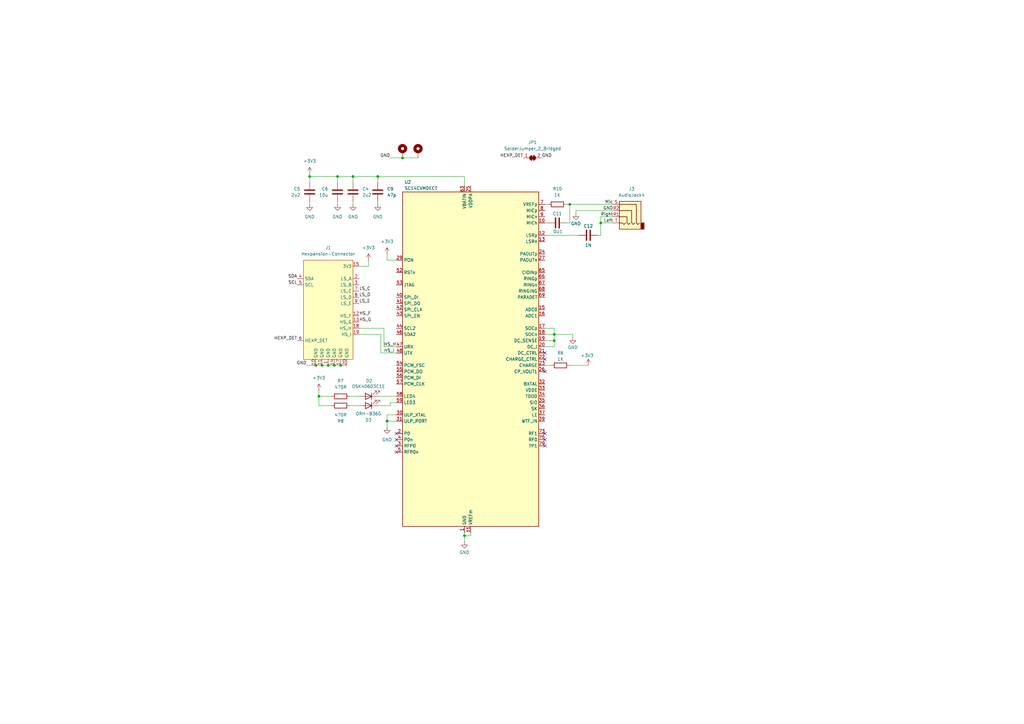
<source format=kicad_sch>
(kicad_sch (version 20250114) (generator "eeschema") (generator_version "9.0")
  (paper "A3")
  (lib_symbols
    (symbol "Connector_Audio:AudioJack4"
      (property "Reference" "J" (at 0 8.89 0))
      (property "Value" "AudioJack4" (at 0 6.35 0))
      (symbol "AudioJack4_0_1"
        (rectangle (start -6.35 -5.08) (end -7.62 -7.62) (stroke (width 0.254)) (fill (type outline)))
        (polyline (pts (xy -5.715 -5.08) (xy -5.08 -5.715) (xy -4.445 -5.08) (xy -4.445 2.54) (xy 2.54 2.54)) (stroke (width 0.254)))
        (polyline (pts (xy -1.905 -5.08) (xy -1.27 -5.715) (xy -0.635 -5.08) (xy -0.635 -2.54) (xy 2.54 -2.54)) (stroke (width 0.254)))
        (polyline (pts (xy 0 -5.08) (xy 0.635 -5.715) (xy 1.27 -5.08) (xy 2.54 -5.08)) (stroke (width 0.254)))
        (rectangle (start 2.54 3.81) (end -6.35 -7.62) (stroke (width 0.254)) (fill (type background)))
        (polyline (pts (xy 2.54 0) (xy -2.54 0) (xy -2.54 -5.08) (xy -3.175 -5.715) (xy -3.81 -5.08)) (stroke (width 0.254)))
      )
      (symbol "AudioJack4_1_1"
        (pin passive line (at 5.08 2.54 180) (length 2.54) (name "~") (number "S"))
        (pin passive line (at 5.08 0 180) (length 2.54) (name "~") (number "R2"))
        (pin passive line (at 5.08 -2.54 180) (length 2.54) (name "~") (number "R1"))
        (pin passive line (at 5.08 -5.08 180) (length 2.54) (name "~") (number "T"))
      )
    )
    (symbol "Device:C" (pin_numbers (hide yes)) (pin_names (offset 0.254))
      (property "Reference" "C" (at 0.635 2.54 0))
      (property "Value" "C" (at 0.635 -2.54 0))
      (symbol "C_0_1"
        (polyline (pts (xy -2.032 0.762) (xy 2.032 0.762)) (stroke (width 0.508)))
        (polyline (pts (xy -2.032 -0.762) (xy 2.032 -0.762)) (stroke (width 0.508)))
      )
      (symbol "C_1_1"
        (pin passive line (at 0 3.81 270) (length 2.794) (name "~") (number "1"))
        (pin passive line (at 0 -3.81 90) (length 2.794) (name "~") (number "2"))
      )
    )
    (symbol "Device:LED" (pin_numbers (hide yes)) (pin_names (offset 1.016) (hide yes))
      (property "Reference" "D" (at 0 2.54 0))
      (property "Value" "LED" (at 0 -2.54 0))
      (symbol "LED_0_1"
        (polyline (pts (xy -3.048 -0.762) (xy -4.572 -2.286) (xy -3.81 -2.286) (xy -4.572 -2.286) (xy -4.572 -1.524)))
        (polyline (pts (xy -1.778 -0.762) (xy -3.302 -2.286) (xy -2.54 -2.286) (xy -3.302 -2.286) (xy -3.302 -1.524)))
        (polyline (pts (xy -1.27 0) (xy 1.27 0)))
        (polyline (pts (xy -1.27 -1.27) (xy -1.27 1.27)) (stroke (width 0.254)))
        (polyline (pts (xy 1.27 -1.27) (xy 1.27 1.27) (xy -1.27 0) (xy 1.27 -1.27)) (stroke (width 0.254)))
      )
      (symbol "LED_1_1"
        (pin passive line (at -3.81 0 0) (length 2.54) (name "K") (number "1"))
        (pin passive line (at 3.81 0 180) (length 2.54) (name "A") (number "2"))
      )
    )
    (symbol "Device:R" (pin_numbers (hide yes)) (pin_names (offset 0))
      (property "Reference" "R" (at 2.032 0 90))
      (property "Value" "R" (at 0 0 90))
      (symbol "R_0_1"
        (rectangle (start -1.016 -2.54) (end 1.016 2.54) (stroke (width 0.254)))
      )
      (symbol "R_1_1"
        (pin passive line (at 0 3.81 270) (length 1.27) (name "~") (number "1"))
        (pin passive line (at 0 -3.81 90) (length 1.27) (name "~") (number "2"))
      )
    )
    (symbol "Jumper:SolderJumper_2_Bridged" (pin_names (offset 0) (hide yes))
      (property "Reference" "JP" (at 0 2.032 0))
      (property "Value" "SolderJumper_2_Bridged" (at 0 -2.54 0))
      (symbol "SolderJumper_2_Bridged_0_1"
        (rectangle (start -0.508 0.508) (end 0.508 -0.508) (fill (type outline)))
        (polyline (pts (xy -0.254 1.016) (xy -0.254 -1.016)))
        (arc (start -0.254 -1.016) (mid -1.2656 0) (end -0.254 1.016))
        (arc (start -0.254 -1.016) (mid -1.2656 0) (end -0.254 1.016) (fill (type outline)))
        (arc (start 0.254 1.016) (mid 1.2656 0) (end 0.254 -1.016))
        (arc (start 0.254 1.016) (mid 1.2656 0) (end 0.254 -1.016) (fill (type outline)))
        (polyline (pts (xy 0.254 1.016) (xy 0.254 -1.016)))
      )
      (symbol "SolderJumper_2_Bridged_1_1"
        (pin passive line (at -3.81 0 0) (length 2.54) (name "A") (number "1"))
        (pin passive line (at 3.81 0 180) (length 2.54) (name "B") (number "2"))
      )
    )
    (symbol "Mechanical:MountingHole_Pad" (pin_numbers (hide yes)) (pin_names (offset 1.016) (hide yes))
      (property "Reference" "H" (at 0 6.35 0))
      (property "Value" "MountingHole_Pad" (at 0 4.445 0))
      (symbol "MountingHole_Pad_0_1"
        (circle (center 0 1.27) (radius 1.27) (stroke (width 1.27)))
      )
      (symbol "MountingHole_Pad_1_1"
        (pin input line (at 0 -2.54 90) (length 2.54) (name "1") (number "1"))
      )
    )
    (symbol "custom_library:SC14CVMDECT"
      (property "Reference" "U" (at -27.94 71.12 0))
      (property "Value" "SC14CVMDECT" (at 27.94 71.12 0))
      (symbol "SC14CVMDECT_0_0"
        (rectangle (start 27.94 68.58) (end -27.94 -68.58) (stroke (width 0.254)) (fill (type background)))
        (pin input line (at -30.48 40.64 0) (length 2.54) (name "PON") (number "29"))
        (pin input line (at -30.48 35.56 0) (length 2.54) (name "RSTn") (number "52"))
        (pin bidirectional line (at -30.48 30.48 0) (length 2.54) (name "JTAG") (number "53"))
        (pin bidirectional line (at -30.48 25.4 0) (length 2.54) (name "SPI_DI") (number "40"))
        (pin bidirectional line (at -30.48 22.86 0) (length 2.54) (name "SPI_DO") (number "41"))
        (pin bidirectional line (at -30.48 20.32 0) (length 2.54) (name "SPI_CLK") (number "42"))
        (pin bidirectional line (at -30.48 17.78 0) (length 2.54) (name "SPI_EN") (number "43"))
        (pin bidirectional line (at -30.48 12.7 0) (length 2.54) (name "SCL2") (number "44"))
        (pin bidirectional line (at -30.48 10.16 0) (length 2.54) (name "SDA2") (number "46"))
        (pin bidirectional line (at -30.48 5.08 0) (length 2.54) (name "URX") (number "47"))
        (pin output line (at -30.48 2.54 0) (length 2.54) (name "UTX") (number "48"))
        (pin bidirectional line (at -30.48 -2.54 0) (length 2.54) (name "PCM_FSC") (number "54"))
        (pin bidirectional line (at -30.48 -5.08 0) (length 2.54) (name "PCM_DO") (number "55"))
        (pin bidirectional line (at -30.48 -7.62 0) (length 2.54) (name "PCM_DI") (number "56"))
        (pin bidirectional line (at -30.48 -10.16 0) (length 2.54) (name "PCM_CLK") (number "57"))
        (pin bidirectional line (at -30.48 -15.24 0) (length 2.54) (name "LED4") (number "58"))
        (pin bidirectional line (at -30.48 -17.78 0) (length 2.54) (name "LED3") (number "59"))
        (pin input line (at -30.48 -22.86 0) (length 2.54) (name "ULP_XTAL") (number "30"))
        (pin input line (at -30.48 -25.4 0) (length 2.54) (name "ULP_PORT") (number "31"))
        (pin output line (at -30.48 -30.48 0) (length 2.54) (name "P0") (number "2"))
        (pin output line (at -30.48 -33.02 0) (length 2.54) (name "P0n") (number "4"))
        (pin output line (at -30.48 -35.56 0) (length 2.54) (name "RFP0") (number "3"))
        (pin output line (at -30.48 -38.1 0) (length 2.54) (name "RFP0n") (number "5"))
        (pin power_in line (at -2.54 71.12 270) (length 2.54) (name "VBATIN") (number "63"))
        (pin passive line (at -2.54 71.12 270) (length 2.54) (hide yes) (name "VBATIN") (number "64"))
        (pin power_in line (at -2.54 -71.12 90) (length 2.54) (name "GND") (number "1"))
        (pin passive line (at -2.54 -71.12 90) (length 2.54) (hide yes) (name "GND") (number "14"))
        (pin passive line (at -2.54 -71.12 90) (length 2.54) (hide yes) (name "GND") (number "28"))
        (pin passive line (at -2.54 -71.12 90) (length 2.54) (hide yes) (name "GND") (number "38"))
        (pin passive line (at -2.54 -71.12 90) (length 2.54) (hide yes) (name "GND") (number "45"))
        (pin passive line (at -2.54 -71.12 90) (length 2.54) (hide yes) (name "GND") (number "49"))
        (pin passive line (at -2.54 -71.12 90) (length 2.54) (hide yes) (name "GND") (number "50"))
        (pin passive line (at -2.54 -71.12 90) (length 2.54) (hide yes) (name "GND") (number "51"))
        (pin passive line (at -2.54 -71.12 90) (length 2.54) (hide yes) (name "GND") (number "6"))
        (pin passive line (at -2.54 -71.12 90) (length 2.54) (hide yes) (name "GND") (number "60"))
        (pin passive line (at -2.54 -71.12 90) (length 2.54) (hide yes) (name "GND") (number "70"))
        (pin passive line (at -2.54 -71.12 90) (length 2.54) (hide yes) (name "GND") (number "71"))
        (pin passive line (at -2.54 -71.12 90) (length 2.54) (hide yes) (name "GND") (number "72"))
        (pin passive line (at -2.54 -71.12 90) (length 2.54) (hide yes) (name "GND") (number "74"))
        (pin passive line (at -2.54 -71.12 90) (length 2.54) (hide yes) (name "GND") (number "76"))
        (pin passive line (at -2.54 -71.12 90) (length 2.54) (hide yes) (name "GND") (number "77"))
        (pin passive line (at -2.54 -71.12 90) (length 2.54) (hide yes) (name "GND") (number "78"))
        (pin passive line (at -2.54 -71.12 90) (length 2.54) (hide yes) (name "GND") (number "80"))
        (pin power_in line (at 0 71.12 270) (length 2.54) (name "VDDPA") (number "25"))
        (pin power_out line (at 0 -71.12 90) (length 2.54) (name "VREFm") (number "11"))
        (pin no_connect line (at 27.94 -40.64 180) (length 2.54) (hide yes) (name "VDDOUT") (number "61"))
        (pin no_connect line (at 27.94 -43.18 180) (length 2.54) (hide yes) (name "VBATS") (number "62"))
        (pin no_connect line (at 27.94 -45.72 180) (length 2.54) (hide yes) (name "TP2") (number "81"))
        (pin no_connect line (at 27.94 -48.26 180) (length 2.54) (hide yes) (name "TP3") (number "82"))
        (pin no_connect line (at 27.94 -50.8 180) (length 2.54) (hide yes) (name "TP4") (number "83"))
        (pin no_connect line (at 27.94 -53.34 180) (length 2.54) (hide yes) (name "TP5") (number "84"))
        (pin no_connect line (at 27.94 -55.88 180) (length 2.54) (hide yes) (name "TP6") (number "85"))
        (pin no_connect line (at 27.94 -58.42 180) (length 2.54) (hide yes) (name "TP7") (number "86"))
        (pin no_connect line (at 27.94 -60.96 180) (length 2.54) (hide yes) (name "TP8") (number "87"))
        (pin no_connect line (at 27.94 -63.5 180) (length 2.54) (hide yes) (name "TP9") (number "88"))
        (pin power_out line (at 30.48 63.5 180) (length 2.54) (name "VREFp") (number "7"))
        (pin input line (at 30.48 60.96 180) (length 2.54) (name "MICp") (number "8"))
        (pin input line (at 30.48 58.42 180) (length 2.54) (name "MICn") (number "9"))
        (pin input line (at 30.48 55.88 180) (length 2.54) (name "MICh") (number "10"))
        (pin output line (at 30.48 50.8 180) (length 2.54) (name "LSRp") (number "12"))
        (pin output line (at 30.48 48.26 180) (length 2.54) (name "LSRn") (number "13"))
        (pin bidirectional line (at 30.48 43.18 180) (length 2.54) (name "PAOUTp") (number "24"))
        (pin bidirectional line (at 30.48 40.64 180) (length 2.54) (name "PAOUTn") (number "27"))
        (pin bidirectional line (at 30.48 35.56 180) (length 2.54) (name "CIDINp") (number "65"))
        (pin bidirectional line (at 30.48 33.02 180) (length 2.54) (name "RINGp") (number "66"))
        (pin bidirectional line (at 30.48 30.48 180) (length 2.54) (name "RINGn") (number "67"))
        (pin bidirectional line (at 30.48 27.94 180) (length 2.54) (name "RINGING") (number "68"))
        (pin bidirectional line (at 30.48 25.4 180) (length 2.54) (name "PARADET") (number "69"))
        (pin bidirectional line (at 30.48 20.32 180) (length 2.54) (name "ADC0") (number "15"))
        (pin bidirectional line (at 30.48 17.78 180) (length 2.54) (name "ADC1") (number "16"))
        (pin input line (at 30.48 12.7 180) (length 2.54) (name "SOCp") (number "17"))
        (pin input line (at 30.48 10.16 180) (length 2.54) (name "SOCn") (number "18"))
        (pin input line (at 30.48 7.62 180) (length 2.54) (name "DC_SENSE") (number "19"))
        (pin input line (at 30.48 5.08 180) (length 2.54) (name "DC_I") (number "20"))
        (pin output line (at 30.48 2.54 180) (length 2.54) (name "DC_CTRL") (number "21"))
        (pin output line (at 30.48 0 180) (length 2.54) (name "CHARGE_CTRL") (number "22"))
        (pin input line (at 30.48 -2.54 180) (length 2.54) (name "CHARGE") (number "23"))
        (pin output line (at 30.48 -5.08 180) (length 2.54) (name "CP_VOUT1") (number "26"))
        (pin bidirectional line (at 30.48 -10.16 180) (length 2.54) (name "BXTAL") (number "32"))
        (pin bidirectional line (at 30.48 -12.7 180) (length 2.54) (name "VDDE") (number "33"))
        (pin bidirectional line (at 30.48 -15.24 180) (length 2.54) (name "TDOD") (number "34"))
        (pin bidirectional line (at 30.48 -17.78 180) (length 2.54) (name "SIO") (number "35"))
        (pin bidirectional line (at 30.48 -20.32 180) (length 2.54) (name "SK") (number "36"))
        (pin bidirectional line (at 30.48 -22.86 180) (length 2.54) (name "LE") (number "37"))
        (pin bidirectional line (at 30.48 -25.4 180) (length 2.54) (name "WTF_IN") (number "39"))
        (pin input line (at 30.48 -30.48 180) (length 2.54) (name "RF1") (number "73"))
        (pin input line (at 30.48 -33.02 180) (length 2.54) (name "RF0") (number "75"))
        (pin input line (at 30.48 -35.56 180) (length 2.54) (name "TP1") (number "79"))
      )
    )
    (symbol "power:+3V3" (power) (pin_numbers (hide yes)) (pin_names (offset 0) (hide yes))
      (property "Value" "+3V3" (at 0 3.556 0))
      (symbol "+3V3_0_1"
        (polyline (pts (xy -0.762 1.27) (xy 0 2.54)))
        (polyline (pts (xy 0 2.54) (xy 0.762 1.27)))
        (polyline (pts (xy 0 0) (xy 0 2.54)))
      )
      (symbol "+3V3_1_1"
        (pin power_in line (at 0 0 90) (length 0) (name "~") (number "1"))
      )
    )
    (symbol "power:GND" (power) (pin_numbers (hide yes)) (pin_names (offset 0) (hide yes))
      (property "Value" "GND" (at 0 -3.81 0))
      (symbol "GND_0_1"
        (polyline (pts (xy 0 0) (xy 0 -1.27) (xy 1.27 -1.27) (xy 0 -2.54) (xy -1.27 -1.27) (xy 0 -1.27)))
      )
      (symbol "GND_1_1"
        (pin power_in line (at 0 0 270) (length 0) (name "~") (number "1"))
      )
    )
    (symbol "tildagon:hexpansion-edge-connector" (in_bom no)
      (property "Reference" "J" (at -6.35 17.78 0))
      (property "Value" "Hexpansion-Connector" (at 0 21.59 0))
      (symbol "hexpansion-edge-connector_1_1"
        (rectangle (start -10.16 20.32) (end 10.16 -20.32) (fill (type background)))
        (pin bidirectional line (at -12.7 12.7 0) (length 2.54) (name "SDA") (number "4"))
        (pin output line (at -12.7 10.16 0) (length 2.54) (name "SCL") (number "5"))
        (pin bidirectional line (at -12.7 -12.7 0) (length 2.54) (name "HEXP_DET") (number "6"))
        (pin passive line (at -5.08 -22.86 90) (length 2.54) (name "GND") (number "10"))
        (pin passive line (at -2.54 -22.86 90) (length 2.54) (name "GND") (number "11"))
        (pin power_out line (at 0 -22.86 90) (length 2.54) (name "GND") (number "1"))
        (pin passive line (at 2.54 -22.86 90) (length 2.54) (name "GND") (number "14"))
        (pin passive line (at 5.08 -22.86 90) (length 2.54) (name "GND") (number "17"))
        (pin passive line (at 7.62 -22.86 90) (length 2.54) (name "GND") (number "20"))
        (pin power_out line (at 12.7 17.78 180) (length 2.54) (name "3V3") (number "15"))
        (pin passive line (at 12.7 17.78 180) (length 2.54) (hide yes) (name "3V3") (number "16"))
        (pin bidirectional line (at 12.7 12.7 180) (length 2.54) (name "LS_A") (number "2"))
        (pin bidirectional line (at 12.7 10.16 180) (length 2.54) (name "LS_B") (number "3"))
        (pin bidirectional line (at 12.7 7.62 180) (length 2.54) (name "LS_C") (number "7"))
        (pin bidirectional line (at 12.7 5.08 180) (length 2.54) (name "LS_D") (number "8"))
        (pin bidirectional line (at 12.7 2.54 180) (length 2.54) (name "LS_E") (number "9"))
        (pin bidirectional line (at 12.7 -2.54 180) (length 2.54) (name "HS_F") (number "12"))
        (pin bidirectional line (at 12.7 -5.08 180) (length 2.54) (name "HS_G") (number "13"))
        (pin bidirectional line (at 12.7 -7.62 180) (length 2.54) (name "HS_H") (number "18"))
        (pin bidirectional line (at 12.7 -10.16 180) (length 2.54) (name "HS_I") (number "19"))
      )
    )
  )
  (junction (at 138.43 72.39))
  (junction (at 144.78 72.39))
  (junction (at 139.7 149.86))
  (junction (at 132.08 149.86))
  (junction (at 227.33 139.7))
  (junction (at 158.75 172.72))
  (junction (at 137.16 149.86))
  (junction (at 134.62 149.86))
  (junction (at 129.54 149.86))
  (junction (at 233.68 83.82))
  (junction (at 130.81 162.56))
  (junction (at 190.5 219.71))
  (junction (at 127 72.39))
  (junction (at 227.33 137.16))
  (junction (at 154.94 72.39))
  (junction (at 246.38 91.44))
  (junction (at 165.1 64.77))
  (no_connect (at 223.52 180.34))
  (no_connect (at 223.52 182.88))
  (no_connect (at 223.52 147.32))
  (no_connect (at 223.52 144.78))
  (no_connect (at 223.52 177.8))
  (no_connect (at 162.56 177.8))
  (no_connect (at 162.56 185.42))
  (no_connect (at 162.56 182.88))
  (no_connect (at 162.56 180.34))
  (no_connect (at 223.52 152.4))
  (wire (pts (xy 165.1 64.77) (xy 171.45 64.77)))
  (wire (pts (xy 132.08 149.86) (xy 134.62 149.86)))
  (wire (pts (xy 223.52 83.82) (xy 224.79 83.82)))
  (wire (pts (xy 125.73 149.86) (xy 129.54 149.86)))
  (wire (pts (xy 127 72.39) (xy 138.43 72.39)))
  (wire (pts (xy 134.62 149.86) (xy 137.16 149.86)))
  (wire (pts (xy 151.13 106.68) (xy 151.13 109.22)))
  (wire (pts (xy 137.16 149.86) (xy 139.7 149.86)))
  (wire (pts (xy 138.43 72.39) (xy 138.43 74.93)))
  (wire (pts (xy 246.38 88.9) (xy 246.38 91.44)))
  (wire (pts (xy 227.33 137.16) (xy 234.95 137.16)))
  (wire (pts (xy 160.02 165.1) (xy 162.56 165.1)))
  (wire (pts (xy 135.89 166.37) (xy 130.81 166.37)))
  (wire (pts (xy 130.81 162.56) (xy 135.89 162.56)))
  (wire (pts (xy 227.33 139.7) (xy 223.52 139.7)))
  (wire (pts (xy 233.68 83.82) (xy 251.46 83.82)))
  (wire (pts (xy 246.38 91.44) (xy 246.38 96.52)))
  (wire (pts (xy 251.46 88.9) (xy 246.38 88.9)))
  (wire (pts (xy 138.43 82.55) (xy 138.43 83.82)))
  (wire (pts (xy 223.52 134.62) (xy 227.33 134.62)))
  (wire (pts (xy 158.75 172.72) (xy 162.56 172.72)))
  (wire (pts (xy 158.75 104.14) (xy 158.75 106.68)))
  (wire (pts (xy 233.68 83.82) (xy 233.68 91.44)))
  (wire (pts (xy 236.22 86.36) (xy 251.46 86.36)))
  (wire (pts (xy 130.81 160.02) (xy 130.81 162.56)))
  (wire (pts (xy 151.13 109.22) (xy 147.32 109.22)))
  (wire (pts (xy 223.52 91.44) (xy 224.79 91.44)))
  (wire (pts (xy 223.52 96.52) (xy 237.49 96.52)))
  (wire (pts (xy 156.21 137.16) (xy 147.32 137.16)))
  (wire (pts (xy 162.56 170.18) (xy 158.75 170.18)))
  (wire (pts (xy 223.52 149.86) (xy 226.06 149.86)))
  (wire (pts (xy 190.5 222.25) (xy 190.5 219.71)))
  (wire (pts (xy 233.68 91.44) (xy 232.41 91.44)))
  (wire (pts (xy 154.94 82.55) (xy 154.94 83.82)))
  (wire (pts (xy 156.21 144.78) (xy 162.56 144.78)))
  (wire (pts (xy 127 82.55) (xy 127 83.82)))
  (wire (pts (xy 190.5 72.39) (xy 190.5 76.2)))
  (wire (pts (xy 227.33 142.24) (xy 227.33 139.7)))
  (wire (pts (xy 138.43 72.39) (xy 144.78 72.39)))
  (wire (pts (xy 233.68 149.86) (xy 241.3 149.86)))
  (wire (pts (xy 127 71.12) (xy 127 72.39)))
  (wire (pts (xy 160.02 165.1) (xy 160.02 166.37)))
  (wire (pts (xy 223.52 137.16) (xy 227.33 137.16)))
  (wire (pts (xy 158.75 170.18) (xy 158.75 172.72)))
  (wire (pts (xy 154.94 72.39) (xy 190.5 72.39)))
  (wire (pts (xy 160.02 64.77) (xy 165.1 64.77)))
  (wire (pts (xy 193.04 219.71) (xy 193.04 218.44)))
  (wire (pts (xy 157.48 134.62) (xy 147.32 134.62)))
  (wire (pts (xy 246.38 91.44) (xy 251.46 91.44)))
  (wire (pts (xy 144.78 72.39) (xy 144.78 74.93)))
  (wire (pts (xy 234.95 137.16) (xy 234.95 138.43)))
  (wire (pts (xy 154.94 166.37) (xy 160.02 166.37)))
  (wire (pts (xy 223.52 142.24) (xy 227.33 142.24)))
  (wire (pts (xy 236.22 86.36) (xy 236.22 87.63)))
  (wire (pts (xy 232.41 83.82) (xy 233.68 83.82)))
  (wire (pts (xy 227.33 134.62) (xy 227.33 137.16)))
  (wire (pts (xy 144.78 72.39) (xy 154.94 72.39)))
  (wire (pts (xy 158.75 106.68) (xy 162.56 106.68)))
  (wire (pts (xy 143.51 166.37) (xy 147.32 166.37)))
  (wire (pts (xy 157.48 142.24) (xy 162.56 142.24)))
  (wire (pts (xy 190.5 219.71) (xy 190.5 218.44)))
  (wire (pts (xy 143.51 162.56) (xy 147.32 162.56)))
  (wire (pts (xy 157.48 142.24) (xy 157.48 134.62)))
  (wire (pts (xy 246.38 96.52) (xy 245.11 96.52)))
  (wire (pts (xy 154.94 72.39) (xy 154.94 74.93)))
  (wire (pts (xy 156.21 144.78) (xy 156.21 137.16)))
  (wire (pts (xy 144.78 82.55) (xy 144.78 83.82)))
  (wire (pts (xy 158.75 172.72) (xy 158.75 175.26)))
  (wire (pts (xy 227.33 137.16) (xy 227.33 139.7)))
  (wire (pts (xy 190.5 219.71) (xy 193.04 219.71)))
  (wire (pts (xy 154.94 162.56) (xy 162.56 162.56)))
  (wire (pts (xy 139.7 149.86) (xy 142.24 149.86)))
  (wire (pts (xy 127 74.93) (xy 127 72.39)))
  (wire (pts (xy 129.54 149.86) (xy 132.08 149.86)))
  (wire (pts (xy 130.81 166.37) (xy 130.81 162.56)))
  (label "HEXP_DET" (at 214.63 64.77 180))
  (label "GND" (at 160.02 64.77 180))
  (label "Right" (at 251.46 88.9 180))
  (label "LS_E" (at 147.32 124.46 0))
  (label "GND" (at 222.25 64.77 0))
  (label "SCL" (at 121.92 116.84 180))
  (label "SDA" (at 121.92 114.3 180))
  (label "HS_I" (at 157.48 144.78 0))
  (label "GND" (at 125.73 149.86 180))
  (label "GND" (at 251.46 86.36 180))
  (label "HS_F" (at 147.32 129.54 0))
  (label "LS_C" (at 147.32 119.38 0))
  (label "HS_G" (at 147.32 132.08 0))
  (label "HS_H" (at 157.48 142.24 0))
  (label "LS_D" (at 147.32 121.92 0))
  (label "HEXP_DET" (at 121.92 139.7 180))
  (label "Left" (at 251.46 91.44 180))
  (label "Mic" (at 251.46 83.82 180))
  (symbol (lib_id "power:GND") (at 154.94 83.82 0) (unit 1)
    (property "Reference" "#PWR021" (effects (hide yes)))
    (property "Value" "GND" (at 154.94 88.9 0))
    (property "Description" "Power symbol creates a global label with name \"GND\" , ground" (effects (hide yes)))
  )
  (symbol (lib_id "power:+3V3") (at 127 71.12 0) (unit 1)
    (property "Reference" "#PWR02" (effects (hide yes)))
    (property "Value" "+3V3" (at 127 66.04 0))
    (property "Description" "Power symbol creates a global label with name \"+3V3\"" (effects (hide yes)))
  )
  (symbol (lib_id "Device:C") (at 144.78 78.74 0) (unit 1)
    (property "Reference" "C4" (at 148.59 77.4699 0) (effects (justify left)))
    (property "Value" "2u2" (at 148.59 80.0099 0) (effects (justify left)))
    (property "Footprint" "Capacitor_SMD:C_0805_2012Metric" (effects (hide yes)))
    (property "Description" "Unpolarized capacitor" (effects (hide yes)))
  )
  (symbol (lib_id "Device:LED") (at 151.13 166.37 180) (unit 1)
    (property "Reference" "D3" (at 151.13 172.212 0))
    (property "Value" "ORH-B36G" (at 151.13 169.672 0))
    (property "Footprint" "LED_SMD:LED_0603_1608Metric" (effects (hide yes)))
    (property "Datasheet" "https://www.lcsc.com/datasheet/lcsc_datasheet_1811100911_Orient-ORH-B36G_C193191.pdf" (effects (hide yes)))
    (property "Description" "Light emitting diode" (effects (hide yes)))
  )
  (symbol (lib_id "power:+3V3") (at 130.81 160.02 0) (unit 1)
    (property "Reference" "#PWR017" (effects (hide yes)))
    (property "Value" "+3V3" (at 130.81 154.94 0))
    (property "Description" "Power symbol creates a global label with name \"+3V3\"" (effects (hide yes)))
  )
  (symbol (lib_id "Device:R") (at 228.6 83.82 270) (mirror x) (unit 1)
    (property "Reference" "R10" (at 228.6 77.47 90))
    (property "Value" "1K" (at 228.6 80.01 90))
    (property "Footprint" "Resistor_SMD:R_0603_1608Metric" (effects (hide yes)))
    (property "Description" "Resistor" (effects (hide yes)))
  )
  (symbol (lib_id "power:+3V3") (at 151.13 106.68 0) (unit 1)
    (property "Reference" "#PWR03" (effects (hide yes)))
    (property "Value" "+3V3" (at 151.13 101.6 0))
    (property "Description" "Power symbol creates a global label with name \"+3V3\"" (effects (hide yes)))
  )
  (symbol (lib_id "power:GND") (at 144.78 83.82 0) (unit 1)
    (property "Reference" "#PWR019" (effects (hide yes)))
    (property "Value" "GND" (at 144.78 88.9 0))
    (property "Description" "Power symbol creates a global label with name \"GND\" , ground" (effects (hide yes)))
  )
  (symbol (lib_id "power:+3V3") (at 241.3 149.86 0) (unit 1)
    (property "Reference" "#PWR015" (effects (hide yes)))
    (property "Value" "+3V3" (at 240.792 145.796 0))
    (property "Description" "Power symbol creates a global label with name \"+3V3\"" (effects (hide yes)))
  )
  (symbol (lib_id "Device:C") (at 138.43 78.74 0) (mirror y) (unit 1)
    (property "Reference" "C6" (at 134.62 77.4699 0) (effects (justify left)))
    (property "Value" "10u" (at 134.62 80.0099 0) (effects (justify left)))
    (property "Footprint" "Capacitor_SMD:C_0805_2012Metric" (effects (hide yes)))
    (property "Description" "Unpolarized capacitor" (effects (hide yes)))
  )
  (symbol (lib_id "Mechanical:MountingHole_Pad") (at 165.1 62.23 0) (unit 1)
    (property "Reference" "H1" (effects (hide yes)))
    (property "Value" "MountingHole_Pad" (effects (hide yes)))
    (property "Footprint" "MountingHole:MountingHole_2.2mm_M2_Pad_Via" (effects (hide yes)))
  )
  (symbol (lib_id "Connector_Audio:AudioJack4") (at 256.54 86.36 0) (mirror y) (unit 1)
    (property "Reference" "J3" (at 259.08 77.47 0))
    (property "Value" "AudioJack4" (at 259.08 80.01 0))
    (property "Footprint" "custom_footprints:Jack_3.5mm_CUI_SJ-4351X-SMT_Horizontal" (effects (hide yes)))
    (property "Description" "Audio Jack, 4 Poles (TRRS)" (effects (hide yes)))
  )
  (symbol (lib_id "Device:R") (at 139.7 162.56 90) (unit 1)
    (property "Reference" "R7" (at 139.7 156.21 90))
    (property "Value" "470R" (at 139.7 158.75 90))
    (property "Footprint" "Resistor_SMD:R_0603_1608Metric" (effects (hide yes)))
    (property "Description" "Resistor" (effects (hide yes)))
  )
  (symbol (lib_id "power:GND") (at 138.43 83.82 0) (mirror y) (unit 1)
    (property "Reference" "#PWR020" (effects (hide yes)))
    (property "Value" "GND" (at 138.43 88.9 0))
    (property "Description" "Power symbol creates a global label with name \"GND\" , ground" (effects (hide yes)))
  )
  (symbol (lib_id "Mechanical:MountingHole_Pad") (at 171.45 62.23 0) (unit 1)
    (property "Reference" "H2" (effects (hide yes)))
    (property "Value" "MountingHole_Pad" (effects (hide yes)))
    (property "Footprint" "MountingHole:MountingHole_2.2mm_M2_Pad_Via" (effects (hide yes)))
  )
  (symbol (lib_id "power:+3V3") (at 158.75 104.14 0) (unit 1)
    (property "Reference" "#PWR0101" (effects (hide yes)))
    (property "Value" "+3V3" (at 158.75 99.06 0))
    (property "Description" "Power symbol creates a global label with name \"+3V3\"" (effects (hide yes)))
  )
  (symbol (lib_id "tildagon:hexpansion-edge-connector") (at 134.62 127 0) (unit 1) (exclude_from_sim yes) (in_bom no)
    (property "Reference" "J1" (at 134.62 101.6 0))
    (property "Value" "Hexpansion-Connector" (at 134.62 104.14 0))
    (property "Footprint" "tildagon:hexpansion-edge-connector" (effects (hide yes)))
  )
  (symbol (lib_id "power:GND") (at 190.5 222.25 0) (unit 1)
    (property "Reference" "#PWR07" (effects (hide yes)))
    (property "Value" "GND" (at 190.5 226.568 0))
    (property "Description" "Power symbol creates a global label with name \"GND\" , ground" (effects (hide yes)))
  )
  (symbol (lib_id "Device:C") (at 228.6 91.44 90) (mirror x) (unit 1)
    (property "Reference" "C11" (at 228.6 87.63 90))
    (property "Value" "0U1" (at 228.854 94.996 90))
    (property "Footprint" "Capacitor_SMD:C_0603_1608Metric" (effects (hide yes)))
    (property "Description" "Unpolarized capacitor" (effects (hide yes)))
  )
  (symbol (lib_id "Device:R") (at 139.7 166.37 270) (unit 1)
    (property "Reference" "R8" (at 139.7 172.72 90))
    (property "Value" "470R" (at 139.7 170.18 90))
    (property "Footprint" "Resistor_SMD:R_0603_1608Metric" (effects (hide yes)))
    (property "Description" "Resistor" (effects (hide yes)))
  )
  (symbol (lib_id "Device:LED") (at 151.13 162.56 180) (unit 1)
    (property "Reference" "D2" (at 151.384 156.21 0))
    (property "Value" "OSK40603C1E" (at 151.13 158.496 0))
    (property "Footprint" "LED_SMD:LED_0603_1608Metric" (effects (hide yes)))
    (property "Datasheet" "https://www.tme.eu/Document/64e15c1a036957b6f84022f15b00ad5b/OSXX0603C1E.pdf" (effects (hide yes)))
    (property "Description" "Light emitting diode" (effects (hide yes)))
  )
  (symbol (lib_id "power:GND") (at 127 83.82 0) (mirror y) (unit 1)
    (property "Reference" "#PWR0102" (effects (hide yes)))
    (property "Value" "GND" (at 127 88.9 0))
    (property "Description" "Power symbol creates a global label with name \"GND\" , ground" (effects (hide yes)))
  )
  (symbol (lib_id "custom_library:SC14CVMDECT") (at 193.04 147.32 0) (unit 1)
    (property "Reference" "U2" (at 165.862 74.676 0) (effects (justify left)))
    (property "Value" "SC14CVMDECT" (at 165.862 77.216 0) (effects (justify left)))
    (property "Footprint" "custom_library:SC14CVMDECT" (effects (hide yes)))
    (property "Datasheet" "https://4donline.ihs.com/images/VipMasterIC/IC/RNCC/RNCC-S-A0015592214/RNCC-S-A0015785019-1.pdf?hkey=6D3A4C79FDBF58556ACFDE234799DDF0" (effects (hide yes)))
    (property "Description" "The SC14CVMDECT SF is a member of the Cordless\nModule family with integrated radio transceiver and\nbaseband processor in a single package. It is designed\nfor hosted and embedded cordless voice and data\napplications in the DECT frequency band. Its simple to\nuse API commands allow easy setup of a wireless link\nbetween two or more nodes." (effects (hide yes)))
  )
  (symbol (lib_id "Device:C") (at 154.94 78.74 0) (unit 1)
    (property "Reference" "C9" (at 158.75 77.4699 0) (effects (justify left)))
    (property "Value" "47p" (at 158.75 80.0099 0) (effects (justify left)))
    (property "Footprint" "Capacitor_SMD:C_0603_1608Metric" (effects (hide yes)))
    (property "Description" "Unpolarized capacitor" (effects (hide yes)))
  )
  (symbol (lib_id "power:GND") (at 236.22 87.63 0) (unit 1)
    (property "Reference" "#PWR01" (effects (hide yes)))
    (property "Value" "GND" (at 236.22 91.694 0))
    (property "Description" "Power symbol creates a global label with name \"GND\" , ground" (effects (hide yes)))
  )
  (symbol (lib_id "power:GND") (at 234.95 138.43 0) (unit 1)
    (property "Reference" "#PWR014" (effects (hide yes)))
    (property "Value" "GND" (at 234.95 142.494 0))
    (property "Description" "Power symbol creates a global label with name \"GND\" , ground" (effects (hide yes)))
  )
  (symbol (lib_id "Device:C") (at 127 78.74 0) (mirror y) (unit 1)
    (property "Reference" "C5" (at 123.19 77.4699 0) (effects (justify left)))
    (property "Value" "2u2" (at 123.19 80.0099 0) (effects (justify left)))
    (property "Footprint" "Capacitor_SMD:C_0805_2012Metric" (effects (hide yes)))
    (property "Description" "Unpolarized capacitor" (effects (hide yes)))
  )
  (symbol (lib_id "Jumper:SolderJumper_2_Bridged") (at 218.44 64.77 0) (unit 1)
    (property "Reference" "JP1" (at 218.44 58.42 0))
    (property "Value" "SolderJumper_2_Bridged" (at 218.44 60.96 0))
    (property "Footprint" "Jumper:SolderJumper-2_P1.3mm_Bridged_RoundedPad1.0x1.5mm" (effects (hide yes)))
  )
  (symbol (lib_id "Device:C") (at 241.3 96.52 270) (unit 1)
    (property "Reference" "C12" (at 241.3 92.71 90))
    (property "Value" "1N" (at 241.3 100.584 90))
    (property "Footprint" "Capacitor_SMD:C_0603_1608Metric" (effects (hide yes)))
    (property "Description" "Unpolarized capacitor" (effects (hide yes)))
  )
  (symbol (lib_id "Device:R") (at 229.87 149.86 90) (unit 1)
    (property "Reference" "R6" (at 229.87 144.78 90))
    (property "Value" "1K" (at 229.87 147.32 90))
    (property "Footprint" "Resistor_SMD:R_0603_1608Metric" (effects (hide yes)))
    (property "Description" "Resistor" (effects (hide yes)))
  )
  (symbol (lib_id "power:GND") (at 158.75 175.26 0) (unit 1)
    (property "Reference" "#PWR016" (effects (hide yes)))
    (property "Value" "GND" (at 158.75 180.34 0))
    (property "Description" "Power symbol creates a global label with name \"GND\" , ground" (effects (hide yes)))
  )
)
</source>
